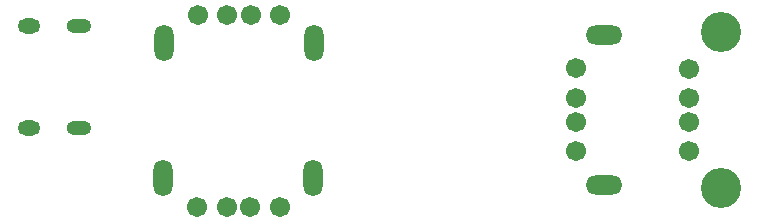
<source format=gbs>
G04 Layer: BottomSolderMaskLayer*
G04 EasyEDA Pro v2.2.27.1, 2024-09-16 11:55:17*
G04 Gerber Generator version 0.3*
G04 Scale: 100 percent, Rotated: No, Reflected: No*
G04 Dimensions in millimeters*
G04 Leading zeros omitted, absolute positions, 3 integers and 5 decimals*
%FSLAX35Y35*%
%MOMM*%
%ADD10C,1.7016*%
%ADD11O,1.6256X3.10159*%
%ADD12O,3.10159X1.6256*%
%ADD13C,3.40159*%
%ADD14O,2.10002X1.20002*%
%ADD15O,1.90002X1.30002*%
G75*


G04 Pad Start*
G54D10*
G01X2276673Y-1834502D03*
G01X2026686Y-1834502D03*
G01X1826687Y-1834502D03*
G01X1576675Y-1834502D03*
G54D11*
G01X2561687Y-1594498D03*
G01X1291687Y-1594498D03*
G54D10*
G01X1580413Y-210198D03*
G01X1830400Y-210198D03*
G01X2030400Y-210198D03*
G01X2280412Y-210198D03*
G54D11*
G01X1295400Y-450202D03*
G01X2565400Y-450202D03*
G54D10*
G01X4782198Y-1364130D03*
G01X4782198Y-1114143D03*
G01X4782198Y-914143D03*
G01X4782198Y-664131D03*
G54D12*
G01X5022202Y-1649143D03*
G01X5022202Y-379143D03*
G54D10*
G01X5744604Y-1366012D03*
G01X5744604Y-1116000D03*
G01X5744604Y-916000D03*
G01X5744604Y-666013D03*
G54D13*
G01X6015596Y-1672996D03*
G01X6015596Y-359004D03*
G54D14*
G01X576212Y-304101D03*
G01X576212Y-1169098D03*
G54D15*
G01X156197Y-304101D03*
G01X156197Y-1169098D03*
G04 Pad End*

M02*


</source>
